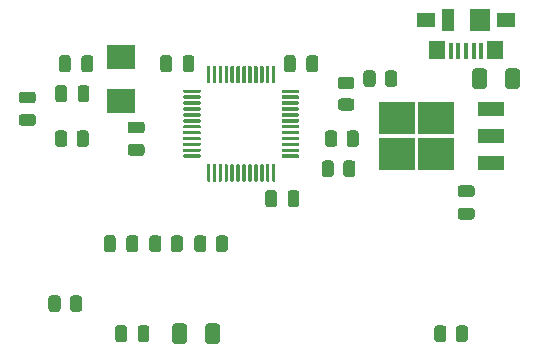
<source format=gbr>
%TF.GenerationSoftware,KiCad,Pcbnew,(5.1.10)-1*%
%TF.CreationDate,2021-10-29T11:24:14-05:00*%
%TF.ProjectId,Capstone,43617073-746f-46e6-952e-6b696361645f,rev?*%
%TF.SameCoordinates,Original*%
%TF.FileFunction,Paste,Top*%
%TF.FilePolarity,Positive*%
%FSLAX46Y46*%
G04 Gerber Fmt 4.6, Leading zero omitted, Abs format (unit mm)*
G04 Created by KiCad (PCBNEW (5.1.10)-1) date 2021-10-29 11:24:14*
%MOMM*%
%LPD*%
G01*
G04 APERTURE LIST*
%ADD10R,2.400000X2.000000*%
%ADD11R,3.050000X2.750000*%
%ADD12R,2.200000X1.200000*%
%ADD13R,0.450000X1.380000*%
%ADD14R,1.425000X1.550000*%
%ADD15R,1.650000X1.300000*%
%ADD16R,1.800000X1.900000*%
%ADD17R,1.000000X1.900000*%
G04 APERTURE END LIST*
D10*
%TO.C,Y1*%
X138430000Y-54030000D03*
X138430000Y-57730000D03*
%TD*%
D11*
%TO.C,U5*%
X165100000Y-59180000D03*
X161750000Y-62230000D03*
X165100000Y-62230000D03*
X161750000Y-59180000D03*
D12*
X169725000Y-58425000D03*
X169725000Y-60705000D03*
X169725000Y-62985000D03*
%TD*%
%TO.C,R9*%
G36*
G01*
X133862500Y-60509999D02*
X133862500Y-61410001D01*
G75*
G02*
X133612501Y-61660000I-249999J0D01*
G01*
X133087499Y-61660000D01*
G75*
G02*
X132837500Y-61410001I0J249999D01*
G01*
X132837500Y-60509999D01*
G75*
G02*
X133087499Y-60260000I249999J0D01*
G01*
X133612501Y-60260000D01*
G75*
G02*
X133862500Y-60509999I0J-249999D01*
G01*
G37*
G36*
G01*
X135687500Y-60509999D02*
X135687500Y-61410001D01*
G75*
G02*
X135437501Y-61660000I-249999J0D01*
G01*
X134912499Y-61660000D01*
G75*
G02*
X134662500Y-61410001I0J249999D01*
G01*
X134662500Y-60509999D01*
G75*
G02*
X134912499Y-60260000I249999J0D01*
G01*
X135437501Y-60260000D01*
G75*
G02*
X135687500Y-60509999I0J-249999D01*
G01*
G37*
%TD*%
%TO.C,R8*%
G36*
G01*
X165970000Y-77019999D02*
X165970000Y-77920001D01*
G75*
G02*
X165720001Y-78170000I-249999J0D01*
G01*
X165194999Y-78170000D01*
G75*
G02*
X164945000Y-77920001I0J249999D01*
G01*
X164945000Y-77019999D01*
G75*
G02*
X165194999Y-76770000I249999J0D01*
G01*
X165720001Y-76770000D01*
G75*
G02*
X165970000Y-77019999I0J-249999D01*
G01*
G37*
G36*
G01*
X167795000Y-77019999D02*
X167795000Y-77920001D01*
G75*
G02*
X167545001Y-78170000I-249999J0D01*
G01*
X167019999Y-78170000D01*
G75*
G02*
X166770000Y-77920001I0J249999D01*
G01*
X166770000Y-77019999D01*
G75*
G02*
X167019999Y-76770000I249999J0D01*
G01*
X167545001Y-76770000D01*
G75*
G02*
X167795000Y-77019999I0J-249999D01*
G01*
G37*
%TD*%
%TO.C,R7*%
G36*
G01*
X134107500Y-75380001D02*
X134107500Y-74479999D01*
G75*
G02*
X134357499Y-74230000I249999J0D01*
G01*
X134882501Y-74230000D01*
G75*
G02*
X135132500Y-74479999I0J-249999D01*
G01*
X135132500Y-75380001D01*
G75*
G02*
X134882501Y-75630000I-249999J0D01*
G01*
X134357499Y-75630000D01*
G75*
G02*
X134107500Y-75380001I0J249999D01*
G01*
G37*
G36*
G01*
X132282500Y-75380001D02*
X132282500Y-74479999D01*
G75*
G02*
X132532499Y-74230000I249999J0D01*
G01*
X133057501Y-74230000D01*
G75*
G02*
X133307500Y-74479999I0J-249999D01*
G01*
X133307500Y-75380001D01*
G75*
G02*
X133057501Y-75630000I-249999J0D01*
G01*
X132532499Y-75630000D01*
G75*
G02*
X132282500Y-75380001I0J249999D01*
G01*
G37*
%TD*%
%TO.C,R6*%
G36*
G01*
X141840000Y-69399999D02*
X141840000Y-70300001D01*
G75*
G02*
X141590001Y-70550000I-249999J0D01*
G01*
X141064999Y-70550000D01*
G75*
G02*
X140815000Y-70300001I0J249999D01*
G01*
X140815000Y-69399999D01*
G75*
G02*
X141064999Y-69150000I249999J0D01*
G01*
X141590001Y-69150000D01*
G75*
G02*
X141840000Y-69399999I0J-249999D01*
G01*
G37*
G36*
G01*
X143665000Y-69399999D02*
X143665000Y-70300001D01*
G75*
G02*
X143415001Y-70550000I-249999J0D01*
G01*
X142889999Y-70550000D01*
G75*
G02*
X142640000Y-70300001I0J249999D01*
G01*
X142640000Y-69399999D01*
G75*
G02*
X142889999Y-69150000I249999J0D01*
G01*
X143415001Y-69150000D01*
G75*
G02*
X143665000Y-69399999I0J-249999D01*
G01*
G37*
%TD*%
%TO.C,R5*%
G36*
G01*
X157029999Y-57550000D02*
X157930001Y-57550000D01*
G75*
G02*
X158180000Y-57799999I0J-249999D01*
G01*
X158180000Y-58325001D01*
G75*
G02*
X157930001Y-58575000I-249999J0D01*
G01*
X157029999Y-58575000D01*
G75*
G02*
X156780000Y-58325001I0J249999D01*
G01*
X156780000Y-57799999D01*
G75*
G02*
X157029999Y-57550000I249999J0D01*
G01*
G37*
G36*
G01*
X157029999Y-55725000D02*
X157930001Y-55725000D01*
G75*
G02*
X158180000Y-55974999I0J-249999D01*
G01*
X158180000Y-56500001D01*
G75*
G02*
X157930001Y-56750000I-249999J0D01*
G01*
X157029999Y-56750000D01*
G75*
G02*
X156780000Y-56500001I0J249999D01*
G01*
X156780000Y-55974999D01*
G75*
G02*
X157029999Y-55725000I249999J0D01*
G01*
G37*
%TD*%
%TO.C,R4*%
G36*
G01*
X156445000Y-63049999D02*
X156445000Y-63950001D01*
G75*
G02*
X156195001Y-64200000I-249999J0D01*
G01*
X155669999Y-64200000D01*
G75*
G02*
X155420000Y-63950001I0J249999D01*
G01*
X155420000Y-63049999D01*
G75*
G02*
X155669999Y-62800000I249999J0D01*
G01*
X156195001Y-62800000D01*
G75*
G02*
X156445000Y-63049999I0J-249999D01*
G01*
G37*
G36*
G01*
X158270000Y-63049999D02*
X158270000Y-63950001D01*
G75*
G02*
X158020001Y-64200000I-249999J0D01*
G01*
X157494999Y-64200000D01*
G75*
G02*
X157245000Y-63950001I0J249999D01*
G01*
X157245000Y-63049999D01*
G75*
G02*
X157494999Y-62800000I249999J0D01*
G01*
X158020001Y-62800000D01*
G75*
G02*
X158270000Y-63049999I0J-249999D01*
G01*
G37*
%TD*%
%TO.C,R3*%
G36*
G01*
X145650000Y-69399999D02*
X145650000Y-70300001D01*
G75*
G02*
X145400001Y-70550000I-249999J0D01*
G01*
X144874999Y-70550000D01*
G75*
G02*
X144625000Y-70300001I0J249999D01*
G01*
X144625000Y-69399999D01*
G75*
G02*
X144874999Y-69150000I249999J0D01*
G01*
X145400001Y-69150000D01*
G75*
G02*
X145650000Y-69399999I0J-249999D01*
G01*
G37*
G36*
G01*
X147475000Y-69399999D02*
X147475000Y-70300001D01*
G75*
G02*
X147225001Y-70550000I-249999J0D01*
G01*
X146699999Y-70550000D01*
G75*
G02*
X146450000Y-70300001I0J249999D01*
G01*
X146450000Y-69399999D01*
G75*
G02*
X146699999Y-69150000I249999J0D01*
G01*
X147225001Y-69150000D01*
G75*
G02*
X147475000Y-69399999I0J-249999D01*
G01*
G37*
%TD*%
%TO.C,R2*%
G36*
G01*
X160777500Y-56330001D02*
X160777500Y-55429999D01*
G75*
G02*
X161027499Y-55180000I249999J0D01*
G01*
X161552501Y-55180000D01*
G75*
G02*
X161802500Y-55429999I0J-249999D01*
G01*
X161802500Y-56330001D01*
G75*
G02*
X161552501Y-56580000I-249999J0D01*
G01*
X161027499Y-56580000D01*
G75*
G02*
X160777500Y-56330001I0J249999D01*
G01*
G37*
G36*
G01*
X158952500Y-56330001D02*
X158952500Y-55429999D01*
G75*
G02*
X159202499Y-55180000I249999J0D01*
G01*
X159727501Y-55180000D01*
G75*
G02*
X159977500Y-55429999I0J-249999D01*
G01*
X159977500Y-56330001D01*
G75*
G02*
X159727501Y-56580000I-249999J0D01*
G01*
X159202499Y-56580000D01*
G75*
G02*
X158952500Y-56330001I0J249999D01*
G01*
G37*
%TD*%
%TO.C,R1*%
G36*
G01*
X157522500Y-61410001D02*
X157522500Y-60509999D01*
G75*
G02*
X157772499Y-60260000I249999J0D01*
G01*
X158297501Y-60260000D01*
G75*
G02*
X158547500Y-60509999I0J-249999D01*
G01*
X158547500Y-61410001D01*
G75*
G02*
X158297501Y-61660000I-249999J0D01*
G01*
X157772499Y-61660000D01*
G75*
G02*
X157522500Y-61410001I0J249999D01*
G01*
G37*
G36*
G01*
X155697500Y-61410001D02*
X155697500Y-60509999D01*
G75*
G02*
X155947499Y-60260000I249999J0D01*
G01*
X156472501Y-60260000D01*
G75*
G02*
X156722500Y-60509999I0J-249999D01*
G01*
X156722500Y-61410001D01*
G75*
G02*
X156472501Y-61660000I-249999J0D01*
G01*
X155947499Y-61660000D01*
G75*
G02*
X155697500Y-61410001I0J249999D01*
G01*
G37*
%TD*%
D13*
%TO.C,J2*%
X168940000Y-53530000D03*
X168290000Y-53530000D03*
X167640000Y-53530000D03*
X166990000Y-53530000D03*
X166340000Y-53530000D03*
D14*
X170127500Y-53445000D03*
X165152500Y-53445000D03*
D15*
X171015000Y-50870000D03*
X164265000Y-50870000D03*
D16*
X168790000Y-50870000D03*
D17*
X166090000Y-50870000D03*
%TD*%
%TO.C,D2*%
G36*
G01*
X170955000Y-56505000D02*
X170955000Y-55255000D01*
G75*
G02*
X171205000Y-55005000I250000J0D01*
G01*
X171955000Y-55005000D01*
G75*
G02*
X172205000Y-55255000I0J-250000D01*
G01*
X172205000Y-56505000D01*
G75*
G02*
X171955000Y-56755000I-250000J0D01*
G01*
X171205000Y-56755000D01*
G75*
G02*
X170955000Y-56505000I0J250000D01*
G01*
G37*
G36*
G01*
X168155000Y-56505000D02*
X168155000Y-55255000D01*
G75*
G02*
X168405000Y-55005000I250000J0D01*
G01*
X169155000Y-55005000D01*
G75*
G02*
X169405000Y-55255000I0J-250000D01*
G01*
X169405000Y-56505000D01*
G75*
G02*
X169155000Y-56755000I-250000J0D01*
G01*
X168405000Y-56755000D01*
G75*
G02*
X168155000Y-56505000I0J250000D01*
G01*
G37*
%TD*%
%TO.C,D1*%
G36*
G01*
X145555000Y-78095000D02*
X145555000Y-76845000D01*
G75*
G02*
X145805000Y-76595000I250000J0D01*
G01*
X146555000Y-76595000D01*
G75*
G02*
X146805000Y-76845000I0J-250000D01*
G01*
X146805000Y-78095000D01*
G75*
G02*
X146555000Y-78345000I-250000J0D01*
G01*
X145805000Y-78345000D01*
G75*
G02*
X145555000Y-78095000I0J250000D01*
G01*
G37*
G36*
G01*
X142755000Y-78095000D02*
X142755000Y-76845000D01*
G75*
G02*
X143005000Y-76595000I250000J0D01*
G01*
X143755000Y-76595000D01*
G75*
G02*
X144005000Y-76845000I0J-250000D01*
G01*
X144005000Y-78095000D01*
G75*
G02*
X143755000Y-78345000I-250000J0D01*
G01*
X143005000Y-78345000D01*
G75*
G02*
X142755000Y-78095000I0J250000D01*
G01*
G37*
%TD*%
%TO.C,C10*%
G36*
G01*
X167165000Y-66810000D02*
X168115000Y-66810000D01*
G75*
G02*
X168365000Y-67060000I0J-250000D01*
G01*
X168365000Y-67560000D01*
G75*
G02*
X168115000Y-67810000I-250000J0D01*
G01*
X167165000Y-67810000D01*
G75*
G02*
X166915000Y-67560000I0J250000D01*
G01*
X166915000Y-67060000D01*
G75*
G02*
X167165000Y-66810000I250000J0D01*
G01*
G37*
G36*
G01*
X167165000Y-64910000D02*
X168115000Y-64910000D01*
G75*
G02*
X168365000Y-65160000I0J-250000D01*
G01*
X168365000Y-65660000D01*
G75*
G02*
X168115000Y-65910000I-250000J0D01*
G01*
X167165000Y-65910000D01*
G75*
G02*
X166915000Y-65660000I0J250000D01*
G01*
X166915000Y-65160000D01*
G75*
G02*
X167165000Y-64910000I250000J0D01*
G01*
G37*
%TD*%
%TO.C,C9*%
G36*
G01*
X130965000Y-57970000D02*
X130015000Y-57970000D01*
G75*
G02*
X129765000Y-57720000I0J250000D01*
G01*
X129765000Y-57220000D01*
G75*
G02*
X130015000Y-56970000I250000J0D01*
G01*
X130965000Y-56970000D01*
G75*
G02*
X131215000Y-57220000I0J-250000D01*
G01*
X131215000Y-57720000D01*
G75*
G02*
X130965000Y-57970000I-250000J0D01*
G01*
G37*
G36*
G01*
X130965000Y-59870000D02*
X130015000Y-59870000D01*
G75*
G02*
X129765000Y-59620000I0J250000D01*
G01*
X129765000Y-59120000D01*
G75*
G02*
X130015000Y-58870000I250000J0D01*
G01*
X130965000Y-58870000D01*
G75*
G02*
X131215000Y-59120000I0J-250000D01*
G01*
X131215000Y-59620000D01*
G75*
G02*
X130965000Y-59870000I-250000J0D01*
G01*
G37*
%TD*%
%TO.C,C8*%
G36*
G01*
X134170000Y-54135000D02*
X134170000Y-55085000D01*
G75*
G02*
X133920000Y-55335000I-250000J0D01*
G01*
X133420000Y-55335000D01*
G75*
G02*
X133170000Y-55085000I0J250000D01*
G01*
X133170000Y-54135000D01*
G75*
G02*
X133420000Y-53885000I250000J0D01*
G01*
X133920000Y-53885000D01*
G75*
G02*
X134170000Y-54135000I0J-250000D01*
G01*
G37*
G36*
G01*
X136070000Y-54135000D02*
X136070000Y-55085000D01*
G75*
G02*
X135820000Y-55335000I-250000J0D01*
G01*
X135320000Y-55335000D01*
G75*
G02*
X135070000Y-55085000I0J250000D01*
G01*
X135070000Y-54135000D01*
G75*
G02*
X135320000Y-53885000I250000J0D01*
G01*
X135820000Y-53885000D01*
G75*
G02*
X136070000Y-54135000I0J-250000D01*
G01*
G37*
%TD*%
%TO.C,C7*%
G36*
G01*
X138930000Y-76995000D02*
X138930000Y-77945000D01*
G75*
G02*
X138680000Y-78195000I-250000J0D01*
G01*
X138180000Y-78195000D01*
G75*
G02*
X137930000Y-77945000I0J250000D01*
G01*
X137930000Y-76995000D01*
G75*
G02*
X138180000Y-76745000I250000J0D01*
G01*
X138680000Y-76745000D01*
G75*
G02*
X138930000Y-76995000I0J-250000D01*
G01*
G37*
G36*
G01*
X140830000Y-76995000D02*
X140830000Y-77945000D01*
G75*
G02*
X140580000Y-78195000I-250000J0D01*
G01*
X140080000Y-78195000D01*
G75*
G02*
X139830000Y-77945000I0J250000D01*
G01*
X139830000Y-76995000D01*
G75*
G02*
X140080000Y-76745000I250000J0D01*
G01*
X140580000Y-76745000D01*
G75*
G02*
X140830000Y-76995000I0J-250000D01*
G01*
G37*
%TD*%
%TO.C,C6*%
G36*
G01*
X133850000Y-56675000D02*
X133850000Y-57625000D01*
G75*
G02*
X133600000Y-57875000I-250000J0D01*
G01*
X133100000Y-57875000D01*
G75*
G02*
X132850000Y-57625000I0J250000D01*
G01*
X132850000Y-56675000D01*
G75*
G02*
X133100000Y-56425000I250000J0D01*
G01*
X133600000Y-56425000D01*
G75*
G02*
X133850000Y-56675000I0J-250000D01*
G01*
G37*
G36*
G01*
X135750000Y-56675000D02*
X135750000Y-57625000D01*
G75*
G02*
X135500000Y-57875000I-250000J0D01*
G01*
X135000000Y-57875000D01*
G75*
G02*
X134750000Y-57625000I0J250000D01*
G01*
X134750000Y-56675000D01*
G75*
G02*
X135000000Y-56425000I250000J0D01*
G01*
X135500000Y-56425000D01*
G75*
G02*
X135750000Y-56675000I0J-250000D01*
G01*
G37*
%TD*%
%TO.C,C5*%
G36*
G01*
X151630000Y-65565000D02*
X151630000Y-66515000D01*
G75*
G02*
X151380000Y-66765000I-250000J0D01*
G01*
X150880000Y-66765000D01*
G75*
G02*
X150630000Y-66515000I0J250000D01*
G01*
X150630000Y-65565000D01*
G75*
G02*
X150880000Y-65315000I250000J0D01*
G01*
X151380000Y-65315000D01*
G75*
G02*
X151630000Y-65565000I0J-250000D01*
G01*
G37*
G36*
G01*
X153530000Y-65565000D02*
X153530000Y-66515000D01*
G75*
G02*
X153280000Y-66765000I-250000J0D01*
G01*
X152780000Y-66765000D01*
G75*
G02*
X152530000Y-66515000I0J250000D01*
G01*
X152530000Y-65565000D01*
G75*
G02*
X152780000Y-65315000I250000J0D01*
G01*
X153280000Y-65315000D01*
G75*
G02*
X153530000Y-65565000I0J-250000D01*
G01*
G37*
%TD*%
%TO.C,C4*%
G36*
G01*
X140175000Y-60510000D02*
X139225000Y-60510000D01*
G75*
G02*
X138975000Y-60260000I0J250000D01*
G01*
X138975000Y-59760000D01*
G75*
G02*
X139225000Y-59510000I250000J0D01*
G01*
X140175000Y-59510000D01*
G75*
G02*
X140425000Y-59760000I0J-250000D01*
G01*
X140425000Y-60260000D01*
G75*
G02*
X140175000Y-60510000I-250000J0D01*
G01*
G37*
G36*
G01*
X140175000Y-62410000D02*
X139225000Y-62410000D01*
G75*
G02*
X138975000Y-62160000I0J250000D01*
G01*
X138975000Y-61660000D01*
G75*
G02*
X139225000Y-61410000I250000J0D01*
G01*
X140175000Y-61410000D01*
G75*
G02*
X140425000Y-61660000I0J-250000D01*
G01*
X140425000Y-62160000D01*
G75*
G02*
X140175000Y-62410000I-250000J0D01*
G01*
G37*
%TD*%
%TO.C,C3*%
G36*
G01*
X143640000Y-55085000D02*
X143640000Y-54135000D01*
G75*
G02*
X143890000Y-53885000I250000J0D01*
G01*
X144390000Y-53885000D01*
G75*
G02*
X144640000Y-54135000I0J-250000D01*
G01*
X144640000Y-55085000D01*
G75*
G02*
X144390000Y-55335000I-250000J0D01*
G01*
X143890000Y-55335000D01*
G75*
G02*
X143640000Y-55085000I0J250000D01*
G01*
G37*
G36*
G01*
X141740000Y-55085000D02*
X141740000Y-54135000D01*
G75*
G02*
X141990000Y-53885000I250000J0D01*
G01*
X142490000Y-53885000D01*
G75*
G02*
X142740000Y-54135000I0J-250000D01*
G01*
X142740000Y-55085000D01*
G75*
G02*
X142490000Y-55335000I-250000J0D01*
G01*
X141990000Y-55335000D01*
G75*
G02*
X141740000Y-55085000I0J250000D01*
G01*
G37*
%TD*%
%TO.C,C2*%
G36*
G01*
X154120000Y-55085000D02*
X154120000Y-54135000D01*
G75*
G02*
X154370000Y-53885000I250000J0D01*
G01*
X154870000Y-53885000D01*
G75*
G02*
X155120000Y-54135000I0J-250000D01*
G01*
X155120000Y-55085000D01*
G75*
G02*
X154870000Y-55335000I-250000J0D01*
G01*
X154370000Y-55335000D01*
G75*
G02*
X154120000Y-55085000I0J250000D01*
G01*
G37*
G36*
G01*
X152220000Y-55085000D02*
X152220000Y-54135000D01*
G75*
G02*
X152470000Y-53885000I250000J0D01*
G01*
X152970000Y-53885000D01*
G75*
G02*
X153220000Y-54135000I0J-250000D01*
G01*
X153220000Y-55085000D01*
G75*
G02*
X152970000Y-55335000I-250000J0D01*
G01*
X152470000Y-55335000D01*
G75*
G02*
X152220000Y-55085000I0J250000D01*
G01*
G37*
%TD*%
%TO.C,C1*%
G36*
G01*
X137980000Y-69375000D02*
X137980000Y-70325000D01*
G75*
G02*
X137730000Y-70575000I-250000J0D01*
G01*
X137230000Y-70575000D01*
G75*
G02*
X136980000Y-70325000I0J250000D01*
G01*
X136980000Y-69375000D01*
G75*
G02*
X137230000Y-69125000I250000J0D01*
G01*
X137730000Y-69125000D01*
G75*
G02*
X137980000Y-69375000I0J-250000D01*
G01*
G37*
G36*
G01*
X139880000Y-69375000D02*
X139880000Y-70325000D01*
G75*
G02*
X139630000Y-70575000I-250000J0D01*
G01*
X139130000Y-70575000D01*
G75*
G02*
X138880000Y-70325000I0J250000D01*
G01*
X138880000Y-69375000D01*
G75*
G02*
X139130000Y-69125000I250000J0D01*
G01*
X139630000Y-69125000D01*
G75*
G02*
X139880000Y-69375000I0J-250000D01*
G01*
G37*
%TD*%
%TO.C,U4*%
G36*
G01*
X145690000Y-56190000D02*
X145690000Y-54865000D01*
G75*
G02*
X145765000Y-54790000I75000J0D01*
G01*
X145915000Y-54790000D01*
G75*
G02*
X145990000Y-54865000I0J-75000D01*
G01*
X145990000Y-56190000D01*
G75*
G02*
X145915000Y-56265000I-75000J0D01*
G01*
X145765000Y-56265000D01*
G75*
G02*
X145690000Y-56190000I0J75000D01*
G01*
G37*
G36*
G01*
X146190000Y-56190000D02*
X146190000Y-54865000D01*
G75*
G02*
X146265000Y-54790000I75000J0D01*
G01*
X146415000Y-54790000D01*
G75*
G02*
X146490000Y-54865000I0J-75000D01*
G01*
X146490000Y-56190000D01*
G75*
G02*
X146415000Y-56265000I-75000J0D01*
G01*
X146265000Y-56265000D01*
G75*
G02*
X146190000Y-56190000I0J75000D01*
G01*
G37*
G36*
G01*
X146690000Y-56190000D02*
X146690000Y-54865000D01*
G75*
G02*
X146765000Y-54790000I75000J0D01*
G01*
X146915000Y-54790000D01*
G75*
G02*
X146990000Y-54865000I0J-75000D01*
G01*
X146990000Y-56190000D01*
G75*
G02*
X146915000Y-56265000I-75000J0D01*
G01*
X146765000Y-56265000D01*
G75*
G02*
X146690000Y-56190000I0J75000D01*
G01*
G37*
G36*
G01*
X147190000Y-56190000D02*
X147190000Y-54865000D01*
G75*
G02*
X147265000Y-54790000I75000J0D01*
G01*
X147415000Y-54790000D01*
G75*
G02*
X147490000Y-54865000I0J-75000D01*
G01*
X147490000Y-56190000D01*
G75*
G02*
X147415000Y-56265000I-75000J0D01*
G01*
X147265000Y-56265000D01*
G75*
G02*
X147190000Y-56190000I0J75000D01*
G01*
G37*
G36*
G01*
X147690000Y-56190000D02*
X147690000Y-54865000D01*
G75*
G02*
X147765000Y-54790000I75000J0D01*
G01*
X147915000Y-54790000D01*
G75*
G02*
X147990000Y-54865000I0J-75000D01*
G01*
X147990000Y-56190000D01*
G75*
G02*
X147915000Y-56265000I-75000J0D01*
G01*
X147765000Y-56265000D01*
G75*
G02*
X147690000Y-56190000I0J75000D01*
G01*
G37*
G36*
G01*
X148190000Y-56190000D02*
X148190000Y-54865000D01*
G75*
G02*
X148265000Y-54790000I75000J0D01*
G01*
X148415000Y-54790000D01*
G75*
G02*
X148490000Y-54865000I0J-75000D01*
G01*
X148490000Y-56190000D01*
G75*
G02*
X148415000Y-56265000I-75000J0D01*
G01*
X148265000Y-56265000D01*
G75*
G02*
X148190000Y-56190000I0J75000D01*
G01*
G37*
G36*
G01*
X148690000Y-56190000D02*
X148690000Y-54865000D01*
G75*
G02*
X148765000Y-54790000I75000J0D01*
G01*
X148915000Y-54790000D01*
G75*
G02*
X148990000Y-54865000I0J-75000D01*
G01*
X148990000Y-56190000D01*
G75*
G02*
X148915000Y-56265000I-75000J0D01*
G01*
X148765000Y-56265000D01*
G75*
G02*
X148690000Y-56190000I0J75000D01*
G01*
G37*
G36*
G01*
X149190000Y-56190000D02*
X149190000Y-54865000D01*
G75*
G02*
X149265000Y-54790000I75000J0D01*
G01*
X149415000Y-54790000D01*
G75*
G02*
X149490000Y-54865000I0J-75000D01*
G01*
X149490000Y-56190000D01*
G75*
G02*
X149415000Y-56265000I-75000J0D01*
G01*
X149265000Y-56265000D01*
G75*
G02*
X149190000Y-56190000I0J75000D01*
G01*
G37*
G36*
G01*
X149690000Y-56190000D02*
X149690000Y-54865000D01*
G75*
G02*
X149765000Y-54790000I75000J0D01*
G01*
X149915000Y-54790000D01*
G75*
G02*
X149990000Y-54865000I0J-75000D01*
G01*
X149990000Y-56190000D01*
G75*
G02*
X149915000Y-56265000I-75000J0D01*
G01*
X149765000Y-56265000D01*
G75*
G02*
X149690000Y-56190000I0J75000D01*
G01*
G37*
G36*
G01*
X150190000Y-56190000D02*
X150190000Y-54865000D01*
G75*
G02*
X150265000Y-54790000I75000J0D01*
G01*
X150415000Y-54790000D01*
G75*
G02*
X150490000Y-54865000I0J-75000D01*
G01*
X150490000Y-56190000D01*
G75*
G02*
X150415000Y-56265000I-75000J0D01*
G01*
X150265000Y-56265000D01*
G75*
G02*
X150190000Y-56190000I0J75000D01*
G01*
G37*
G36*
G01*
X150690000Y-56190000D02*
X150690000Y-54865000D01*
G75*
G02*
X150765000Y-54790000I75000J0D01*
G01*
X150915000Y-54790000D01*
G75*
G02*
X150990000Y-54865000I0J-75000D01*
G01*
X150990000Y-56190000D01*
G75*
G02*
X150915000Y-56265000I-75000J0D01*
G01*
X150765000Y-56265000D01*
G75*
G02*
X150690000Y-56190000I0J75000D01*
G01*
G37*
G36*
G01*
X151190000Y-56190000D02*
X151190000Y-54865000D01*
G75*
G02*
X151265000Y-54790000I75000J0D01*
G01*
X151415000Y-54790000D01*
G75*
G02*
X151490000Y-54865000I0J-75000D01*
G01*
X151490000Y-56190000D01*
G75*
G02*
X151415000Y-56265000I-75000J0D01*
G01*
X151265000Y-56265000D01*
G75*
G02*
X151190000Y-56190000I0J75000D01*
G01*
G37*
G36*
G01*
X152015000Y-57015000D02*
X152015000Y-56865000D01*
G75*
G02*
X152090000Y-56790000I75000J0D01*
G01*
X153415000Y-56790000D01*
G75*
G02*
X153490000Y-56865000I0J-75000D01*
G01*
X153490000Y-57015000D01*
G75*
G02*
X153415000Y-57090000I-75000J0D01*
G01*
X152090000Y-57090000D01*
G75*
G02*
X152015000Y-57015000I0J75000D01*
G01*
G37*
G36*
G01*
X152015000Y-57515000D02*
X152015000Y-57365000D01*
G75*
G02*
X152090000Y-57290000I75000J0D01*
G01*
X153415000Y-57290000D01*
G75*
G02*
X153490000Y-57365000I0J-75000D01*
G01*
X153490000Y-57515000D01*
G75*
G02*
X153415000Y-57590000I-75000J0D01*
G01*
X152090000Y-57590000D01*
G75*
G02*
X152015000Y-57515000I0J75000D01*
G01*
G37*
G36*
G01*
X152015000Y-58015000D02*
X152015000Y-57865000D01*
G75*
G02*
X152090000Y-57790000I75000J0D01*
G01*
X153415000Y-57790000D01*
G75*
G02*
X153490000Y-57865000I0J-75000D01*
G01*
X153490000Y-58015000D01*
G75*
G02*
X153415000Y-58090000I-75000J0D01*
G01*
X152090000Y-58090000D01*
G75*
G02*
X152015000Y-58015000I0J75000D01*
G01*
G37*
G36*
G01*
X152015000Y-58515000D02*
X152015000Y-58365000D01*
G75*
G02*
X152090000Y-58290000I75000J0D01*
G01*
X153415000Y-58290000D01*
G75*
G02*
X153490000Y-58365000I0J-75000D01*
G01*
X153490000Y-58515000D01*
G75*
G02*
X153415000Y-58590000I-75000J0D01*
G01*
X152090000Y-58590000D01*
G75*
G02*
X152015000Y-58515000I0J75000D01*
G01*
G37*
G36*
G01*
X152015000Y-59015000D02*
X152015000Y-58865000D01*
G75*
G02*
X152090000Y-58790000I75000J0D01*
G01*
X153415000Y-58790000D01*
G75*
G02*
X153490000Y-58865000I0J-75000D01*
G01*
X153490000Y-59015000D01*
G75*
G02*
X153415000Y-59090000I-75000J0D01*
G01*
X152090000Y-59090000D01*
G75*
G02*
X152015000Y-59015000I0J75000D01*
G01*
G37*
G36*
G01*
X152015000Y-59515000D02*
X152015000Y-59365000D01*
G75*
G02*
X152090000Y-59290000I75000J0D01*
G01*
X153415000Y-59290000D01*
G75*
G02*
X153490000Y-59365000I0J-75000D01*
G01*
X153490000Y-59515000D01*
G75*
G02*
X153415000Y-59590000I-75000J0D01*
G01*
X152090000Y-59590000D01*
G75*
G02*
X152015000Y-59515000I0J75000D01*
G01*
G37*
G36*
G01*
X152015000Y-60015000D02*
X152015000Y-59865000D01*
G75*
G02*
X152090000Y-59790000I75000J0D01*
G01*
X153415000Y-59790000D01*
G75*
G02*
X153490000Y-59865000I0J-75000D01*
G01*
X153490000Y-60015000D01*
G75*
G02*
X153415000Y-60090000I-75000J0D01*
G01*
X152090000Y-60090000D01*
G75*
G02*
X152015000Y-60015000I0J75000D01*
G01*
G37*
G36*
G01*
X152015000Y-60515000D02*
X152015000Y-60365000D01*
G75*
G02*
X152090000Y-60290000I75000J0D01*
G01*
X153415000Y-60290000D01*
G75*
G02*
X153490000Y-60365000I0J-75000D01*
G01*
X153490000Y-60515000D01*
G75*
G02*
X153415000Y-60590000I-75000J0D01*
G01*
X152090000Y-60590000D01*
G75*
G02*
X152015000Y-60515000I0J75000D01*
G01*
G37*
G36*
G01*
X152015000Y-61015000D02*
X152015000Y-60865000D01*
G75*
G02*
X152090000Y-60790000I75000J0D01*
G01*
X153415000Y-60790000D01*
G75*
G02*
X153490000Y-60865000I0J-75000D01*
G01*
X153490000Y-61015000D01*
G75*
G02*
X153415000Y-61090000I-75000J0D01*
G01*
X152090000Y-61090000D01*
G75*
G02*
X152015000Y-61015000I0J75000D01*
G01*
G37*
G36*
G01*
X152015000Y-61515000D02*
X152015000Y-61365000D01*
G75*
G02*
X152090000Y-61290000I75000J0D01*
G01*
X153415000Y-61290000D01*
G75*
G02*
X153490000Y-61365000I0J-75000D01*
G01*
X153490000Y-61515000D01*
G75*
G02*
X153415000Y-61590000I-75000J0D01*
G01*
X152090000Y-61590000D01*
G75*
G02*
X152015000Y-61515000I0J75000D01*
G01*
G37*
G36*
G01*
X152015000Y-62015000D02*
X152015000Y-61865000D01*
G75*
G02*
X152090000Y-61790000I75000J0D01*
G01*
X153415000Y-61790000D01*
G75*
G02*
X153490000Y-61865000I0J-75000D01*
G01*
X153490000Y-62015000D01*
G75*
G02*
X153415000Y-62090000I-75000J0D01*
G01*
X152090000Y-62090000D01*
G75*
G02*
X152015000Y-62015000I0J75000D01*
G01*
G37*
G36*
G01*
X152015000Y-62515000D02*
X152015000Y-62365000D01*
G75*
G02*
X152090000Y-62290000I75000J0D01*
G01*
X153415000Y-62290000D01*
G75*
G02*
X153490000Y-62365000I0J-75000D01*
G01*
X153490000Y-62515000D01*
G75*
G02*
X153415000Y-62590000I-75000J0D01*
G01*
X152090000Y-62590000D01*
G75*
G02*
X152015000Y-62515000I0J75000D01*
G01*
G37*
G36*
G01*
X151190000Y-64515000D02*
X151190000Y-63190000D01*
G75*
G02*
X151265000Y-63115000I75000J0D01*
G01*
X151415000Y-63115000D01*
G75*
G02*
X151490000Y-63190000I0J-75000D01*
G01*
X151490000Y-64515000D01*
G75*
G02*
X151415000Y-64590000I-75000J0D01*
G01*
X151265000Y-64590000D01*
G75*
G02*
X151190000Y-64515000I0J75000D01*
G01*
G37*
G36*
G01*
X150690000Y-64515000D02*
X150690000Y-63190000D01*
G75*
G02*
X150765000Y-63115000I75000J0D01*
G01*
X150915000Y-63115000D01*
G75*
G02*
X150990000Y-63190000I0J-75000D01*
G01*
X150990000Y-64515000D01*
G75*
G02*
X150915000Y-64590000I-75000J0D01*
G01*
X150765000Y-64590000D01*
G75*
G02*
X150690000Y-64515000I0J75000D01*
G01*
G37*
G36*
G01*
X150190000Y-64515000D02*
X150190000Y-63190000D01*
G75*
G02*
X150265000Y-63115000I75000J0D01*
G01*
X150415000Y-63115000D01*
G75*
G02*
X150490000Y-63190000I0J-75000D01*
G01*
X150490000Y-64515000D01*
G75*
G02*
X150415000Y-64590000I-75000J0D01*
G01*
X150265000Y-64590000D01*
G75*
G02*
X150190000Y-64515000I0J75000D01*
G01*
G37*
G36*
G01*
X149690000Y-64515000D02*
X149690000Y-63190000D01*
G75*
G02*
X149765000Y-63115000I75000J0D01*
G01*
X149915000Y-63115000D01*
G75*
G02*
X149990000Y-63190000I0J-75000D01*
G01*
X149990000Y-64515000D01*
G75*
G02*
X149915000Y-64590000I-75000J0D01*
G01*
X149765000Y-64590000D01*
G75*
G02*
X149690000Y-64515000I0J75000D01*
G01*
G37*
G36*
G01*
X149190000Y-64515000D02*
X149190000Y-63190000D01*
G75*
G02*
X149265000Y-63115000I75000J0D01*
G01*
X149415000Y-63115000D01*
G75*
G02*
X149490000Y-63190000I0J-75000D01*
G01*
X149490000Y-64515000D01*
G75*
G02*
X149415000Y-64590000I-75000J0D01*
G01*
X149265000Y-64590000D01*
G75*
G02*
X149190000Y-64515000I0J75000D01*
G01*
G37*
G36*
G01*
X148690000Y-64515000D02*
X148690000Y-63190000D01*
G75*
G02*
X148765000Y-63115000I75000J0D01*
G01*
X148915000Y-63115000D01*
G75*
G02*
X148990000Y-63190000I0J-75000D01*
G01*
X148990000Y-64515000D01*
G75*
G02*
X148915000Y-64590000I-75000J0D01*
G01*
X148765000Y-64590000D01*
G75*
G02*
X148690000Y-64515000I0J75000D01*
G01*
G37*
G36*
G01*
X148190000Y-64515000D02*
X148190000Y-63190000D01*
G75*
G02*
X148265000Y-63115000I75000J0D01*
G01*
X148415000Y-63115000D01*
G75*
G02*
X148490000Y-63190000I0J-75000D01*
G01*
X148490000Y-64515000D01*
G75*
G02*
X148415000Y-64590000I-75000J0D01*
G01*
X148265000Y-64590000D01*
G75*
G02*
X148190000Y-64515000I0J75000D01*
G01*
G37*
G36*
G01*
X147690000Y-64515000D02*
X147690000Y-63190000D01*
G75*
G02*
X147765000Y-63115000I75000J0D01*
G01*
X147915000Y-63115000D01*
G75*
G02*
X147990000Y-63190000I0J-75000D01*
G01*
X147990000Y-64515000D01*
G75*
G02*
X147915000Y-64590000I-75000J0D01*
G01*
X147765000Y-64590000D01*
G75*
G02*
X147690000Y-64515000I0J75000D01*
G01*
G37*
G36*
G01*
X147190000Y-64515000D02*
X147190000Y-63190000D01*
G75*
G02*
X147265000Y-63115000I75000J0D01*
G01*
X147415000Y-63115000D01*
G75*
G02*
X147490000Y-63190000I0J-75000D01*
G01*
X147490000Y-64515000D01*
G75*
G02*
X147415000Y-64590000I-75000J0D01*
G01*
X147265000Y-64590000D01*
G75*
G02*
X147190000Y-64515000I0J75000D01*
G01*
G37*
G36*
G01*
X146690000Y-64515000D02*
X146690000Y-63190000D01*
G75*
G02*
X146765000Y-63115000I75000J0D01*
G01*
X146915000Y-63115000D01*
G75*
G02*
X146990000Y-63190000I0J-75000D01*
G01*
X146990000Y-64515000D01*
G75*
G02*
X146915000Y-64590000I-75000J0D01*
G01*
X146765000Y-64590000D01*
G75*
G02*
X146690000Y-64515000I0J75000D01*
G01*
G37*
G36*
G01*
X146190000Y-64515000D02*
X146190000Y-63190000D01*
G75*
G02*
X146265000Y-63115000I75000J0D01*
G01*
X146415000Y-63115000D01*
G75*
G02*
X146490000Y-63190000I0J-75000D01*
G01*
X146490000Y-64515000D01*
G75*
G02*
X146415000Y-64590000I-75000J0D01*
G01*
X146265000Y-64590000D01*
G75*
G02*
X146190000Y-64515000I0J75000D01*
G01*
G37*
G36*
G01*
X145690000Y-64515000D02*
X145690000Y-63190000D01*
G75*
G02*
X145765000Y-63115000I75000J0D01*
G01*
X145915000Y-63115000D01*
G75*
G02*
X145990000Y-63190000I0J-75000D01*
G01*
X145990000Y-64515000D01*
G75*
G02*
X145915000Y-64590000I-75000J0D01*
G01*
X145765000Y-64590000D01*
G75*
G02*
X145690000Y-64515000I0J75000D01*
G01*
G37*
G36*
G01*
X143690000Y-62515000D02*
X143690000Y-62365000D01*
G75*
G02*
X143765000Y-62290000I75000J0D01*
G01*
X145090000Y-62290000D01*
G75*
G02*
X145165000Y-62365000I0J-75000D01*
G01*
X145165000Y-62515000D01*
G75*
G02*
X145090000Y-62590000I-75000J0D01*
G01*
X143765000Y-62590000D01*
G75*
G02*
X143690000Y-62515000I0J75000D01*
G01*
G37*
G36*
G01*
X143690000Y-62015000D02*
X143690000Y-61865000D01*
G75*
G02*
X143765000Y-61790000I75000J0D01*
G01*
X145090000Y-61790000D01*
G75*
G02*
X145165000Y-61865000I0J-75000D01*
G01*
X145165000Y-62015000D01*
G75*
G02*
X145090000Y-62090000I-75000J0D01*
G01*
X143765000Y-62090000D01*
G75*
G02*
X143690000Y-62015000I0J75000D01*
G01*
G37*
G36*
G01*
X143690000Y-61515000D02*
X143690000Y-61365000D01*
G75*
G02*
X143765000Y-61290000I75000J0D01*
G01*
X145090000Y-61290000D01*
G75*
G02*
X145165000Y-61365000I0J-75000D01*
G01*
X145165000Y-61515000D01*
G75*
G02*
X145090000Y-61590000I-75000J0D01*
G01*
X143765000Y-61590000D01*
G75*
G02*
X143690000Y-61515000I0J75000D01*
G01*
G37*
G36*
G01*
X143690000Y-61015000D02*
X143690000Y-60865000D01*
G75*
G02*
X143765000Y-60790000I75000J0D01*
G01*
X145090000Y-60790000D01*
G75*
G02*
X145165000Y-60865000I0J-75000D01*
G01*
X145165000Y-61015000D01*
G75*
G02*
X145090000Y-61090000I-75000J0D01*
G01*
X143765000Y-61090000D01*
G75*
G02*
X143690000Y-61015000I0J75000D01*
G01*
G37*
G36*
G01*
X143690000Y-60515000D02*
X143690000Y-60365000D01*
G75*
G02*
X143765000Y-60290000I75000J0D01*
G01*
X145090000Y-60290000D01*
G75*
G02*
X145165000Y-60365000I0J-75000D01*
G01*
X145165000Y-60515000D01*
G75*
G02*
X145090000Y-60590000I-75000J0D01*
G01*
X143765000Y-60590000D01*
G75*
G02*
X143690000Y-60515000I0J75000D01*
G01*
G37*
G36*
G01*
X143690000Y-60015000D02*
X143690000Y-59865000D01*
G75*
G02*
X143765000Y-59790000I75000J0D01*
G01*
X145090000Y-59790000D01*
G75*
G02*
X145165000Y-59865000I0J-75000D01*
G01*
X145165000Y-60015000D01*
G75*
G02*
X145090000Y-60090000I-75000J0D01*
G01*
X143765000Y-60090000D01*
G75*
G02*
X143690000Y-60015000I0J75000D01*
G01*
G37*
G36*
G01*
X143690000Y-59515000D02*
X143690000Y-59365000D01*
G75*
G02*
X143765000Y-59290000I75000J0D01*
G01*
X145090000Y-59290000D01*
G75*
G02*
X145165000Y-59365000I0J-75000D01*
G01*
X145165000Y-59515000D01*
G75*
G02*
X145090000Y-59590000I-75000J0D01*
G01*
X143765000Y-59590000D01*
G75*
G02*
X143690000Y-59515000I0J75000D01*
G01*
G37*
G36*
G01*
X143690000Y-59015000D02*
X143690000Y-58865000D01*
G75*
G02*
X143765000Y-58790000I75000J0D01*
G01*
X145090000Y-58790000D01*
G75*
G02*
X145165000Y-58865000I0J-75000D01*
G01*
X145165000Y-59015000D01*
G75*
G02*
X145090000Y-59090000I-75000J0D01*
G01*
X143765000Y-59090000D01*
G75*
G02*
X143690000Y-59015000I0J75000D01*
G01*
G37*
G36*
G01*
X143690000Y-58515000D02*
X143690000Y-58365000D01*
G75*
G02*
X143765000Y-58290000I75000J0D01*
G01*
X145090000Y-58290000D01*
G75*
G02*
X145165000Y-58365000I0J-75000D01*
G01*
X145165000Y-58515000D01*
G75*
G02*
X145090000Y-58590000I-75000J0D01*
G01*
X143765000Y-58590000D01*
G75*
G02*
X143690000Y-58515000I0J75000D01*
G01*
G37*
G36*
G01*
X143690000Y-58015000D02*
X143690000Y-57865000D01*
G75*
G02*
X143765000Y-57790000I75000J0D01*
G01*
X145090000Y-57790000D01*
G75*
G02*
X145165000Y-57865000I0J-75000D01*
G01*
X145165000Y-58015000D01*
G75*
G02*
X145090000Y-58090000I-75000J0D01*
G01*
X143765000Y-58090000D01*
G75*
G02*
X143690000Y-58015000I0J75000D01*
G01*
G37*
G36*
G01*
X143690000Y-57515000D02*
X143690000Y-57365000D01*
G75*
G02*
X143765000Y-57290000I75000J0D01*
G01*
X145090000Y-57290000D01*
G75*
G02*
X145165000Y-57365000I0J-75000D01*
G01*
X145165000Y-57515000D01*
G75*
G02*
X145090000Y-57590000I-75000J0D01*
G01*
X143765000Y-57590000D01*
G75*
G02*
X143690000Y-57515000I0J75000D01*
G01*
G37*
G36*
G01*
X143690000Y-57015000D02*
X143690000Y-56865000D01*
G75*
G02*
X143765000Y-56790000I75000J0D01*
G01*
X145090000Y-56790000D01*
G75*
G02*
X145165000Y-56865000I0J-75000D01*
G01*
X145165000Y-57015000D01*
G75*
G02*
X145090000Y-57090000I-75000J0D01*
G01*
X143765000Y-57090000D01*
G75*
G02*
X143690000Y-57015000I0J75000D01*
G01*
G37*
%TD*%
M02*

</source>
